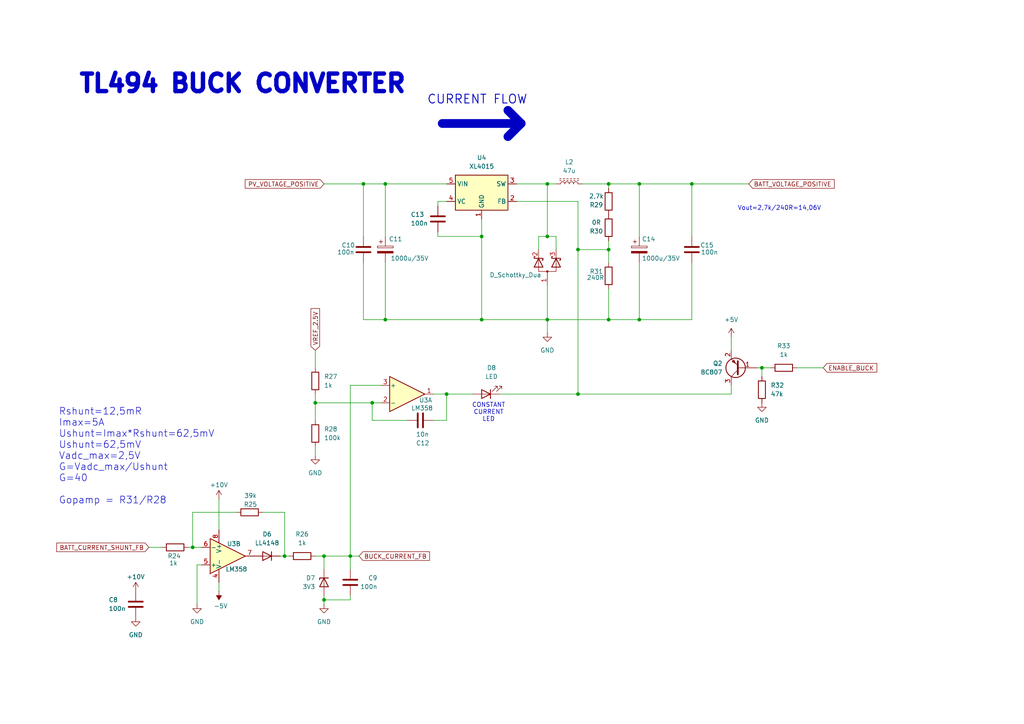
<source format=kicad_sch>
(kicad_sch (version 20231120) (generator "eeschema") (generator_version "8.0")
  (paper "A4")
  (lib_symbols
    (symbol "Amplifier_Operational:LM358" (pin_names (offset 0.127))
      (property "Reference" "U" (at 0 5.08 0))
      (property "Value" "LM358" (at 0 -5.08 0))
      (symbol "LM358_1_1"
        (polyline (pts (xy -5.08 5.08) (xy 5.08 0) (xy -5.08 -5.08) (xy -5.08 5.08)) (stroke (width 0.254)) (fill (type background)))
        (pin output line (at 7.62 0 180) (length 2.54) (name "~") (number "1"))
        (pin input line (at -7.62 -2.54 0) (length 2.54) (name "-") (number "2"))
        (pin input line (at -7.62 2.54 0) (length 2.54) (name "+") (number "3"))
      )
      (symbol "LM358_2_1"
        (polyline (pts (xy -5.08 5.08) (xy 5.08 0) (xy -5.08 -5.08) (xy -5.08 5.08)) (stroke (width 0.254)) (fill (type background)))
        (pin input line (at -7.62 2.54 0) (length 2.54) (name "+") (number "5"))
        (pin input line (at -7.62 -2.54 0) (length 2.54) (name "-") (number "6"))
        (pin output line (at 7.62 0 180) (length 2.54) (name "~") (number "7"))
      )
      (symbol "LM358_3_1"
        (pin power_in line (at -2.54 -7.62 90) (length 3.81) (name "V-") (number "4"))
        (pin power_in line (at -2.54 7.62 270) (length 3.81) (name "V+") (number "8"))
      )
    )
    (symbol "Device:C" (pin_numbers hide) (pin_names (offset 0.254))
      (property "Reference" "C" (at 0.635 2.54 0))
      (property "Value" "C" (at 0.635 -2.54 0))
      (symbol "C_0_1"
        (polyline (pts (xy -2.032 -0.762) (xy 2.032 -0.762)) (stroke (width 0.508)))
        (polyline (pts (xy -2.032 0.762) (xy 2.032 0.762)) (stroke (width 0.508)))
      )
      (symbol "C_1_1"
        (pin passive line (at 0 3.81 270) (length 2.794) (name "~") (number "1"))
        (pin passive line (at 0 -3.81 90) (length 2.794) (name "~") (number "2"))
      )
    )
    (symbol "Device:C_Polarized" (pin_numbers hide) (pin_names (offset 0.254))
      (property "Reference" "C" (at 0.635 2.54 0))
      (property "Value" "C_Polarized" (at 0.635 -2.54 0))
      (symbol "C_Polarized_0_1"
        (rectangle (start -2.286 0.508) (end 2.286 1.016))
        (polyline (pts (xy -1.778 2.286) (xy -0.762 2.286)))
        (polyline (pts (xy -1.27 2.794) (xy -1.27 1.778)))
        (rectangle (start 2.286 -0.508) (end -2.286 -1.016) (fill (type outline)))
      )
      (symbol "C_Polarized_1_1"
        (pin passive line (at 0 3.81 270) (length 2.794) (name "~") (number "1"))
        (pin passive line (at 0 -3.81 90) (length 2.794) (name "~") (number "2"))
      )
    )
    (symbol "Device:D_Schottky_Dual_CommonAnode_AKK_Parallel" (pin_names (offset 0.762) hide)
      (property "Reference" "D" (at 0 5.08 0))
      (property "Value" "D_Schottky_Dual_CommonAnode_AKK_Parallel" (at 0 -5.08 0))
      (symbol "D_Schottky_Dual_CommonAnode_AKK_Parallel_0_1"
        (circle (center -1.27 0) (radius 0.254) (fill (type outline)))
        (polyline (pts (xy -1.27 0) (xy -2.54 0)))
        (polyline (pts (xy 2.54 2.54) (xy -1.27 2.54) (xy -1.27 -2.54) (xy 2.54 -2.54)))
        (polyline (pts (xy 0 -1.27) (xy 2.54 -2.54) (xy 0 -3.81) (xy 0 -1.27) (xy 0 -1.27) (xy 0 -1.27)) (stroke (width 0.254)))
        (polyline (pts (xy 0 3.81) (xy 2.54 2.54) (xy 0 1.27) (xy 0 3.81) (xy 0 3.81) (xy 0 3.81)) (stroke (width 0.254)))
        (polyline (pts (xy 3.048 -1.524) (xy 3.048 -1.27) (xy 2.54 -1.27) (xy 2.54 -3.81) (xy 2.032 -3.81) (xy 2.032 -3.556)) (stroke (width 0.254)))
        (polyline (pts (xy 3.048 3.556) (xy 3.048 3.81) (xy 2.54 3.81) (xy 2.54 1.27) (xy 2.032 1.27) (xy 2.032 1.524)) (stroke (width 0.254)))
        (pin passive line (at -5.08 0 0) (length 2.54) (name "A") (number "1"))
        (pin passive line (at 5.08 2.54 180) (length 2.54) (name "K") (number "2"))
        (pin passive line (at 5.08 -2.54 180) (length 2.54) (name "K") (number "3"))
      )
    )
    (symbol "Device:D_Zener" (pin_numbers hide) (pin_names (offset 1.016) hide)
      (property "Reference" "D" (at 0 2.54 0))
      (property "Value" "D_Zener" (at 0 -2.54 0))
      (symbol "D_Zener_0_1"
        (polyline (pts (xy 1.27 0) (xy -1.27 0)))
        (polyline (pts (xy -1.27 -1.27) (xy -1.27 1.27) (xy -0.762 1.27)) (stroke (width 0.254)))
        (polyline (pts (xy 1.27 -1.27) (xy 1.27 1.27) (xy -1.27 0) (xy 1.27 -1.27)) (stroke (width 0.254)))
      )
      (symbol "D_Zener_1_1"
        (pin passive line (at -3.81 0 0) (length 2.54) (name "K") (number "1"))
        (pin passive line (at 3.81 0 180) (length 2.54) (name "A") (number "2"))
      )
    )
    (symbol "Device:LED" (pin_numbers hide) (pin_names (offset 1.016) hide)
      (property "Reference" "D" (at 0 2.54 0))
      (property "Value" "LED" (at 0 -2.54 0))
      (symbol "LED_0_1"
        (polyline (pts (xy -1.27 -1.27) (xy -1.27 1.27)) (stroke (width 0.254)))
        (polyline (pts (xy -1.27 0) (xy 1.27 0)))
        (polyline (pts (xy 1.27 -1.27) (xy 1.27 1.27) (xy -1.27 0) (xy 1.27 -1.27)) (stroke (width 0.254)))
        (polyline (pts (xy -3.048 -0.762) (xy -4.572 -2.286) (xy -3.81 -2.286) (xy -4.572 -2.286) (xy -4.572 -1.524)))
        (polyline (pts (xy -1.778 -0.762) (xy -3.302 -2.286) (xy -2.54 -2.286) (xy -3.302 -2.286) (xy -3.302 -1.524)))
      )
      (symbol "LED_1_1"
        (pin passive line (at -3.81 0 0) (length 2.54) (name "K") (number "1"))
        (pin passive line (at 3.81 0 180) (length 2.54) (name "A") (number "2"))
      )
    )
    (symbol "Device:L_Ferrite" (pin_numbers hide) (pin_names (offset 1.016) hide)
      (property "Reference" "L" (at -1.27 0 90))
      (property "Value" "L_Ferrite" (at 2.794 0 90))
      (symbol "L_Ferrite_0_1"
        (arc (start 0 -2.54) (mid 0.6323 -1.905) (end 0 -1.27))
        (arc (start 0 -1.27) (mid 0.6323 -0.635) (end 0 0))
        (polyline (pts (xy 1.016 -2.794) (xy 1.016 -2.286)))
        (polyline (pts (xy 1.016 -1.778) (xy 1.016 -1.27)))
        (polyline (pts (xy 1.016 -0.762) (xy 1.016 -0.254)))
        (polyline (pts (xy 1.016 0.254) (xy 1.016 0.762)))
        (polyline (pts (xy 1.016 1.27) (xy 1.016 1.778)))
        (polyline (pts (xy 1.016 2.286) (xy 1.016 2.794)))
        (polyline (pts (xy 1.524 -2.286) (xy 1.524 -2.794)))
        (polyline (pts (xy 1.524 -1.27) (xy 1.524 -1.778)))
        (polyline (pts (xy 1.524 -0.254) (xy 1.524 -0.762)))
        (polyline (pts (xy 1.524 0.762) (xy 1.524 0.254)))
        (polyline (pts (xy 1.524 1.778) (xy 1.524 1.27)))
        (polyline (pts (xy 1.524 2.794) (xy 1.524 2.286)))
        (arc (start 0 0) (mid 0.6323 0.635) (end 0 1.27))
        (arc (start 0 1.27) (mid 0.6323 1.905) (end 0 2.54))
      )
      (symbol "L_Ferrite_1_1"
        (pin passive line (at 0 3.81 270) (length 1.27) (name "1") (number "1"))
        (pin passive line (at 0 -3.81 90) (length 1.27) (name "2") (number "2"))
      )
    )
    (symbol "Device:R" (pin_numbers hide) (pin_names (offset 0))
      (property "Reference" "R" (at 2.032 0 90))
      (property "Value" "R" (at 0 0 90))
      (symbol "R_0_1"
        (rectangle (start -1.016 -2.54) (end 1.016 2.54) (stroke (width 0.254)))
      )
      (symbol "R_1_1"
        (pin passive line (at 0 3.81 270) (length 1.27) (name "~") (number "1"))
        (pin passive line (at 0 -3.81 90) (length 1.27) (name "~") (number "2"))
      )
    )
    (symbol "Diode:LL4148" (pin_numbers hide) (pin_names hide)
      (property "Reference" "D" (at 0 2.54 0))
      (property "Value" "LL4148" (at 0 -2.54 0))
      (symbol "LL4148_0_1"
        (polyline (pts (xy -1.27 1.27) (xy -1.27 -1.27)) (stroke (width 0.254)))
        (polyline (pts (xy 1.27 0) (xy -1.27 0)))
        (polyline (pts (xy 1.27 1.27) (xy 1.27 -1.27) (xy -1.27 0) (xy 1.27 1.27)) (stroke (width 0.254)))
      )
      (symbol "LL4148_1_1"
        (pin passive line (at -3.81 0 0) (length 2.54) (name "K") (number "1"))
        (pin passive line (at 3.81 0 180) (length 2.54) (name "A") (number "2"))
      )
    )
    (symbol "Regulator_Switching:XL4015"
      (property "Reference" "U?" (at -6.35 6.35 0))
      (property "Value" "XL4015" (at 6.35 6.35 0))
      (symbol "XL4015_0_1"
        (rectangle (start -7.62 5.08) (end 7.62 -5.08) (stroke (width 0.254)) (fill (type background)))
      )
      (symbol "XL4015_1_1"
        (pin power_in line (at 0 -7.62 90) (length 2.54) (name "GND") (number "1"))
        (pin input line (at 10.16 -2.54 180) (length 2.54) (name "FB") (number "2"))
        (pin power_out line (at 10.16 2.54 180) (length 2.54) (name "SW") (number "3"))
        (pin input line (at -10.16 -2.54 0) (length 2.54) (name "VC") (number "4"))
        (pin power_in line (at -10.16 2.54 0) (length 2.54) (name "VIN") (number "5"))
      )
    )
    (symbol "Transistor_BJT:BC807" (pin_names (offset 0) hide)
      (property "Reference" "Q" (at 5.08 1.905 0))
      (property "Value" "BC807" (at 5.08 0 0))
      (symbol "BC807_0_1"
        (polyline (pts (xy 0.635 0.635) (xy 2.54 2.54)))
        (polyline (pts (xy 0.635 -0.635) (xy 2.54 -2.54) (xy 2.54 -2.54)))
        (polyline (pts (xy 0.635 1.905) (xy 0.635 -1.905) (xy 0.635 -1.905)) (stroke (width 0.508)))
        (polyline (pts (xy 2.286 -1.778) (xy 1.778 -2.286) (xy 1.27 -1.27) (xy 2.286 -1.778) (xy 2.286 -1.778)) (fill (type outline)))
        (circle (center 1.27 0) (radius 2.8194) (stroke (width 0.254)))
      )
      (symbol "BC807_1_1"
        (pin input line (at -5.08 0 0) (length 5.715) (name "B") (number "1"))
        (pin passive line (at 2.54 -5.08 90) (length 2.54) (name "E") (number "2"))
        (pin passive line (at 2.54 5.08 270) (length 2.54) (name "C") (number "3"))
      )
    )
    (symbol "power:+10V" (power) (pin_numbers hide) (pin_names (offset 0) hide)
      (property "Value" "+10V" (at 0 3.556 0))
      (symbol "+10V_0_1"
        (polyline (pts (xy -0.762 1.27) (xy 0 2.54)))
        (polyline (pts (xy 0 0) (xy 0 2.54)))
        (polyline (pts (xy 0 2.54) (xy 0.762 1.27)))
      )
      (symbol "+10V_1_1"
        (pin power_in line (at 0 0 90) (length 0) (name "~") (number "1"))
      )
    )
    (symbol "power:+5V" (power) (pin_numbers hide) (pin_names (offset 0) hide)
      (property "Value" "+5V" (at 0 3.556 0))
      (symbol "+5V_0_1"
        (polyline (pts (xy -0.762 1.27) (xy 0 2.54)))
        (polyline (pts (xy 0 0) (xy 0 2.54)))
        (polyline (pts (xy 0 2.54) (xy 0.762 1.27)))
      )
      (symbol "+5V_1_1"
        (pin power_in line (at 0 0 90) (length 0) (name "~") (number "1"))
      )
    )
    (symbol "power:-5V" (power) (pin_numbers hide) (pin_names (offset 0) hide)
      (property "Value" "-5V" (at 0 3.556 0))
      (symbol "-5V_0_0"
        (pin power_in line (at 0 0 90) (length 0) (name "~") (number "1"))
      )
      (symbol "-5V_0_1"
        (polyline (pts (xy 0 0) (xy 0 1.27) (xy 0.762 1.27) (xy 0 2.54) (xy -0.762 1.27) (xy 0 1.27)) (fill (type outline)))
      )
    )
    (symbol "power:GND" (power) (pin_numbers hide) (pin_names (offset 0) hide)
      (property "Value" "GND" (at 0 -3.81 0))
      (symbol "GND_0_1"
        (polyline (pts (xy 0 0) (xy 0 -1.27) (xy 1.27 -1.27) (xy 0 -2.54) (xy -1.27 -1.27) (xy 0 -1.27)))
      )
      (symbol "GND_1_1"
        (pin power_in line (at 0 0 270) (length 0) (name "~") (number "1"))
      )
    )
  )
  (junction (at 82.55 161.29))
  (junction (at 111.76 53.34))
  (junction (at 158.75 68.58))
  (junction (at 167.64 72.39))
  (junction (at 55.88 158.75))
  (junction (at 158.75 92.71))
  (junction (at 176.53 72.39))
  (junction (at 167.64 114.3))
  (junction (at 185.42 53.34))
  (junction (at 93.98 173.99))
  (junction (at 176.53 92.71))
  (junction (at 107.95 116.84))
  (junction (at 185.42 92.71))
  (junction (at 200.66 53.34))
  (junction (at 158.75 53.34))
  (junction (at 129.54 114.3))
  (junction (at 139.7 68.58))
  (junction (at 101.6 161.29))
  (junction (at 176.53 53.34))
  (junction (at 111.76 92.71))
  (junction (at 220.98 106.68))
  (junction (at 105.41 53.34))
  (junction (at 93.98 161.29))
  (junction (at 91.44 116.84))
  (junction (at 139.7 92.71))
  (wire (pts (xy 93.98 173.99) (xy 101.6 173.99)))
  (wire (pts (xy 57.15 163.83) (xy 58.42 163.83)))
  (wire (pts (xy 185.42 53.34) (xy 185.42 68.58)))
  (wire (pts (xy 212.09 111.76) (xy 212.09 114.3)))
  (wire (pts (xy 127 59.69) (xy 127 58.42)))
  (wire (pts (xy 57.15 163.83) (xy 57.15 175.26)))
  (wire (pts (xy 111.76 92.71) (xy 139.7 92.71)))
  (wire (pts (xy 149.86 53.34) (xy 158.75 53.34)))
  (wire (pts (xy 185.42 53.34) (xy 200.66 53.34)))
  (wire (pts (xy 105.41 53.34) (xy 105.41 68.58)))
  (wire (pts (xy 158.75 53.34) (xy 158.75 68.58)))
  (wire (pts (xy 158.75 53.34) (xy 161.29 53.34)))
  (wire (pts (xy 185.42 76.2) (xy 185.42 92.71)))
  (wire (pts (xy 220.98 106.68) (xy 223.52 106.68)))
  (wire (pts (xy 110.49 111.76) (xy 101.6 111.76)))
  (wire (pts (xy 156.21 68.58) (xy 158.75 68.58)))
  (wire (pts (xy 93.98 53.34) (xy 105.41 53.34)))
  (wire (pts (xy 139.7 68.58) (xy 139.7 92.71)))
  (wire (pts (xy 91.44 116.84) (xy 107.95 116.84)))
  (wire (pts (xy 158.75 92.71) (xy 158.75 96.52)))
  (wire (pts (xy 93.98 161.29) (xy 101.6 161.29)))
  (wire (pts (xy 101.6 111.76) (xy 101.6 161.29)))
  (wire (pts (xy 167.64 58.42) (xy 149.86 58.42)))
  (wire (pts (xy 129.54 121.92) (xy 129.54 114.3)))
  (wire (pts (xy 168.91 53.34) (xy 176.53 53.34)))
  (wire (pts (xy 144.78 114.3) (xy 167.64 114.3)))
  (wire (pts (xy 82.55 161.29) (xy 82.55 148.59)))
  (wire (pts (xy 55.88 158.75) (xy 55.88 148.59)))
  (wire (pts (xy 158.75 68.58) (xy 161.29 68.58)))
  (wire (pts (xy 111.76 92.71) (xy 105.41 92.71)))
  (wire (pts (xy 200.66 53.34) (xy 217.17 53.34)))
  (wire (pts (xy 200.66 92.71) (xy 185.42 92.71)))
  (wire (pts (xy 129.54 114.3) (xy 137.16 114.3)))
  (wire (pts (xy 176.53 83.82) (xy 176.53 92.71)))
  (polyline (pts (xy 147.32 32.004) (xy 151.13 35.814)) (stroke (width 2.54)))
  (wire (pts (xy 83.82 161.29) (xy 82.55 161.29)))
  (wire (pts (xy 43.18 158.75) (xy 46.99 158.75)))
  (wire (pts (xy 220.98 106.68) (xy 220.98 109.22)))
  (wire (pts (xy 127 58.42) (xy 129.54 58.42)))
  (wire (pts (xy 93.98 172.72) (xy 93.98 173.99)))
  (wire (pts (xy 161.29 68.58) (xy 161.29 72.39)))
  (wire (pts (xy 167.64 72.39) (xy 167.64 58.42)))
  (wire (pts (xy 101.6 173.99) (xy 101.6 172.72)))
  (wire (pts (xy 91.44 116.84) (xy 91.44 121.92)))
  (wire (pts (xy 167.64 114.3) (xy 167.64 72.39)))
  (wire (pts (xy 176.53 92.71) (xy 185.42 92.71)))
  (wire (pts (xy 101.6 161.29) (xy 104.14 161.29)))
  (wire (pts (xy 212.09 97.79) (xy 212.09 101.6)))
  (wire (pts (xy 176.53 53.34) (xy 185.42 53.34)))
  (wire (pts (xy 125.73 121.92) (xy 129.54 121.92)))
  (wire (pts (xy 156.21 72.39) (xy 156.21 68.58)))
  (wire (pts (xy 200.66 53.34) (xy 200.66 68.58)))
  (wire (pts (xy 91.44 101.6) (xy 91.44 106.68)))
  (wire (pts (xy 111.76 53.34) (xy 129.54 53.34)))
  (wire (pts (xy 127 68.58) (xy 139.7 68.58)))
  (wire (pts (xy 107.95 121.92) (xy 107.95 116.84)))
  (wire (pts (xy 125.73 114.3) (xy 129.54 114.3)))
  (wire (pts (xy 176.53 72.39) (xy 176.53 76.2)))
  (wire (pts (xy 63.5 144.78) (xy 63.5 153.67)))
  (polyline (pts (xy 147.32 39.624) (xy 151.13 35.814)) (stroke (width 2.54)))
  (wire (pts (xy 139.7 92.71) (xy 158.75 92.71)))
  (wire (pts (xy 93.98 173.99) (xy 93.98 175.26)))
  (wire (pts (xy 231.14 106.68) (xy 238.76 106.68)))
  (wire (pts (xy 82.55 161.29) (xy 81.28 161.29)))
  (wire (pts (xy 93.98 161.29) (xy 93.98 165.1)))
  (wire (pts (xy 212.09 114.3) (xy 167.64 114.3)))
  (wire (pts (xy 200.66 76.2) (xy 200.66 92.71)))
  (wire (pts (xy 91.44 114.3) (xy 91.44 116.84)))
  (wire (pts (xy 176.53 69.85) (xy 176.53 72.39)))
  (wire (pts (xy 111.76 92.71) (xy 111.76 76.2)))
  (wire (pts (xy 111.76 53.34) (xy 111.76 68.58)))
  (wire (pts (xy 158.75 92.71) (xy 176.53 92.71)))
  (wire (pts (xy 101.6 161.29) (xy 101.6 165.1)))
  (wire (pts (xy 139.7 63.5) (xy 139.7 68.58)))
  (wire (pts (xy 68.58 148.59) (xy 55.88 148.59)))
  (polyline (pts (xy 128.27 35.814) (xy 151.13 35.814)) (stroke (width 2.54)))
  (wire (pts (xy 76.2 148.59) (xy 82.55 148.59)))
  (wire (pts (xy 105.41 53.34) (xy 111.76 53.34)))
  (wire (pts (xy 63.5 171.45) (xy 63.5 168.91)))
  (wire (pts (xy 58.42 158.75) (xy 55.88 158.75)))
  (wire (pts (xy 127 68.58) (xy 127 67.31)))
  (wire (pts (xy 91.44 161.29) (xy 93.98 161.29)))
  (wire (pts (xy 105.41 92.71) (xy 105.41 76.2)))
  (wire (pts (xy 107.95 116.84) (xy 110.49 116.84)))
  (wire (pts (xy 176.53 53.34) (xy 176.53 54.61)))
  (wire (pts (xy 176.53 72.39) (xy 167.64 72.39)))
  (wire (pts (xy 91.44 129.54) (xy 91.44 132.08)))
  (wire (pts (xy 55.88 158.75) (xy 54.61 158.75)))
  (wire (pts (xy 107.95 121.92) (xy 118.11 121.92)))
  (wire (pts (xy 219.71 106.68) (xy 220.98 106.68)))
  (wire (pts (xy 158.75 82.55) (xy 158.75 92.71)))
  (text "Vout=2,7k/240R=14,06V" (at 226.06 60.452 0) (effects (font (size 1.27 1.27))))
  (text "CONSTANT\nCURRENT\nLED" (at 141.732 119.634 0) (effects (font (size 1.27 1.27))))
  (text "CURRENT FLOW" (at 138.43 28.956 0) (effects (font (size 2.54 2.54) (thickness 0.254) (bold yes))))
  (text "Rshunt=12,5mR\nImax=5A\nUshunt=Imax*Rshunt=62,5mV\nUshunt=62,5mV\nVadc_max=2,5V\nG=Vadc_max/Ushunt\nG=40\n\nGopamp = R31/R28" (at 17.018 132.334 0) (effects (font (size 2 2)) (justify left)))
  (text "TL494 BUCK CONVERTER\n" (at 70.358 24.384 0) (effects (font (size 5.08 5.08) (thickness 1.524) (bold yes))))
  (global_label "BUCK_CURRENT_FB" (shape input) (at 104.14 161.29 0) (property "Intersheetrefs" "${INTERSHEET_REFS}" (effects (hide yes))))
  (global_label "VREF_2.5V" (shape input) (at 91.44 101.6 90) (property "Intersheetrefs" "${INTERSHEET_REFS}" (effects (hide yes))))
  (global_label "PV_VOLTAGE_POSITIVE" (shape input) (at 93.98 53.34 180) (property "Intersheetrefs" "${INTERSHEET_REFS}" (effects (hide yes))))
  (global_label "BATT_CURRENT_SHUNT_FB" (shape input) (at 43.18 158.75 180) (property "Intersheetrefs" "${INTERSHEET_REFS}" (effects (hide yes))))
  (global_label "ENABLE_BUCK" (shape input) (at 238.76 106.68 0) (property "Intersheetrefs" "${INTERSHEET_REFS}" (effects (hide yes))))
  (global_label "BATT_VOLTAGE_POSITIVE" (shape input) (at 217.17 53.34 0) (property "Intersheetrefs" "${INTERSHEET_REFS}" (effects (hide yes))))
  (symbol (lib_id "Device:C_Polarized") (at 111.76 72.39 0) (unit 1)
    (property "Reference" "C11" (at 112.776 69.342 0) (effects (justify left)))
    (property "Value" "1000u/35V" (at 113.284 74.93 0) (effects (justify left)))
    (property "Footprint" "Capacitor_THT:CP_Radial_D10.0mm_P3.50mm" (effects (hide yes)))
    (property "Description" "Polarized capacitor" (effects (hide yes)))
  )
  (symbol (lib_id "Device:R") (at 227.33 106.68 90) (mirror x) (unit 1)
    (property "Reference" "R33" (at 227.33 100.33 90))
    (property "Value" "1k" (at 227.33 102.87 90))
    (property "Footprint" "Resistor_SMD:R_0805_2012Metric_Pad1.20x1.40mm_HandSolder" (effects (hide yes)))
    (property "Description" "Resistor" (effects (hide yes)))
  )
  (symbol (lib_id "power:GND") (at 220.98 116.84 0) (unit 1)
    (property "Reference" "#PWR027" (effects (hide yes)))
    (property "Value" "GND" (at 220.98 121.92 0))
    (property "Description" "Power symbol creates a global label with name \"GND\" , ground" (effects (hide yes)))
  )
  (symbol (lib_id "Device:C") (at 200.66 72.39 0) (mirror y) (unit 1)
    (property "Reference" "C15" (at 207.01 71.12 0) (effects (justify left)))
    (property "Value" "100n" (at 208.28 73.152 0) (effects (justify left)))
    (property "Footprint" "Capacitor_SMD:C_0805_2012Metric_Pad1.18x1.45mm_HandSolder" (effects (hide yes)))
    (property "Description" "Unpolarized capacitor" (effects (hide yes)))
  )
  (symbol (lib_id "power:GND") (at 91.44 132.08 0) (unit 1)
    (property "Reference" "#PWR023" (effects (hide yes)))
    (property "Value" "GND" (at 91.44 137.16 0))
    (property "Description" "Power symbol creates a global label with name \"GND\" , ground" (effects (hide yes)))
  )
  (symbol (lib_id "Device:R") (at 220.98 113.03 0) (mirror y) (unit 1)
    (property "Reference" "R32" (at 223.52 111.7599 0) (effects (justify right)))
    (property "Value" "47k" (at 223.52 114.2999 0) (effects (justify right)))
    (property "Footprint" "Resistor_SMD:R_0805_2012Metric_Pad1.20x1.40mm_HandSolder" (effects (hide yes)))
    (property "Description" "Resistor" (effects (hide yes)))
  )
  (symbol (lib_id "Amplifier_Operational:LM358") (at 60.96 161.29 0) (mirror y) (unit 3)
    (property "Reference" "U3" (effects (hide yes)))
    (property "Value" "LM358" (effects (hide yes)))
    (property "Footprint" "Package_SO:SO-8_3.9x4.9mm_P1.27mm" (effects (hide yes)))
    (property "Datasheet" "http://www.ti.com/lit/ds/symlink/lm2904-n.pdf" (effects (hide yes)))
    (property "Description" "Low-Power, Dual Operational Amplifiers, DIP-8/SOIC-8/TO-99-8" (effects (hide yes)))
  )
  (symbol (lib_id "power:GND") (at 39.37 179.07 0) (unit 1)
    (property "Reference" "#PWR019" (effects (hide yes)))
    (property "Value" "GND" (at 39.37 184.15 0))
    (property "Description" "Power symbol creates a global label with name \"GND\" , ground" (effects (hide yes)))
  )
  (symbol (lib_id "Device:C") (at 121.92 121.92 270) (mirror x) (unit 1)
    (property "Reference" "C12" (at 120.65 128.524 90) (effects (justify left)))
    (property "Value" "10n" (at 120.65 125.984 90) (effects (justify left)))
    (property "Footprint" "Resistor_SMD:R_0805_2012Metric_Pad1.20x1.40mm_HandSolder" (effects (hide yes)))
    (property "Description" "Unpolarized capacitor" (effects (hide yes)))
  )
  (symbol (lib_id "power:GND") (at 158.75 96.52 0) (unit 1)
    (property "Reference" "#PWR025" (effects (hide yes)))
    (property "Value" "GND" (at 158.75 101.6 0))
    (property "Description" "Power symbol creates a global label with name \"GND\" , ground" (effects (hide yes)))
  )
  (symbol (lib_id "Device:C") (at 105.41 72.39 0) (unit 1)
    (property "Reference" "C10" (at 99.06 71.12 0) (effects (justify left)))
    (property "Value" "100n" (at 97.79 73.152 0) (effects (justify left)))
    (property "Footprint" "Capacitor_SMD:C_0805_2012Metric_Pad1.18x1.45mm_HandSolder" (effects (hide yes)))
    (property "Description" "Unpolarized capacitor" (effects (hide yes)))
  )
  (symbol (lib_id "Device:D_Zener") (at 93.98 168.91 90) (mirror x) (unit 1)
    (property "Reference" "D7" (at 91.44 167.6399 90) (effects (justify left)))
    (property "Value" "3V3" (at 91.44 170.1799 90) (effects (justify left)))
    (property "Footprint" "Diode_SMD:D_MiniMELF" (effects (hide yes)))
    (property "Description" "Zener diode" (effects (hide yes)))
  )
  (symbol (lib_id "Device:D_Schottky_Dual_CommonAnode_AKK_Parallel") (at 158.75 77.47 90) (unit 1)
    (property "Reference" "D9" (effects (hide yes)))
    (property "Value" "D_Schottky_Dua" (at 141.986 79.756 90) (effects (justify right)))
    (property "Footprint" "My-Footprints:TO-220-3_Vertical-little-bigger pads" (effects (hide yes)))
    (property "Description" "Dual Schottky diode, common anode on pin 1" (effects (hide yes)))
  )
  (symbol (lib_id "Device:R") (at 72.39 148.59 90) (mirror x) (unit 1)
    (property "Reference" "R25" (at 72.644 146.304 90))
    (property "Value" "39k" (at 72.644 143.764 90))
    (property "Footprint" "Resistor_SMD:R_0805_2012Metric_Pad1.20x1.40mm_HandSolder" (effects (hide yes)))
    (property "Description" "Resistor" (effects (hide yes)))
  )
  (symbol (lib_id "power:GND") (at 57.15 175.26 0) (unit 1)
    (property "Reference" "#PWR020" (effects (hide yes)))
    (property "Value" "GND" (at 57.15 180.34 0))
    (property "Description" "Power symbol creates a global label with name \"GND\" , ground" (effects (hide yes)))
  )
  (symbol (lib_id "Device:C") (at 101.6 168.91 0) (mirror y) (unit 1)
    (property "Reference" "C9" (at 109.474 167.64 0) (effects (justify left)))
    (property "Value" "100n" (at 109.474 170.18 0) (effects (justify left)))
    (property "Footprint" "Resistor_SMD:R_0805_2012Metric_Pad1.20x1.40mm_HandSolder" (effects (hide yes)))
    (property "Description" "Unpolarized capacitor" (effects (hide yes)))
  )
  (symbol (lib_id "power:+5V") (at 212.09 97.79 0) (unit 1)
    (property "Reference" "#PWR026" (effects (hide yes)))
    (property "Value" "+5V" (at 212.09 92.71 0))
    (property "Description" "Power symbol creates a global label with name \"+5V\"" (effects (hide yes)))
  )
  (symbol (lib_id "Device:LED") (at 140.97 114.3 180) (unit 1)
    (property "Reference" "D8" (at 142.5575 106.68 0))
    (property "Value" "LED" (at 142.5575 109.22 0))
    (property "Footprint" "LED_THT:LED_D3.0mm" (effects (hide yes)))
    (property "Description" "Light emitting diode" (effects (hide yes)))
  )
  (symbol (lib_id "Device:R") (at 91.44 110.49 0) (mirror y) (unit 1)
    (property "Reference" "R27" (at 93.98 109.2199 0) (effects (justify right)))
    (property "Value" "1k" (at 93.98 111.7599 0) (effects (justify right)))
    (property "Footprint" "Resistor_SMD:R_0805_2012Metric_Pad1.20x1.40mm_HandSolder" (effects (hide yes)))
    (property "Description" "Resistor" (effects (hide yes)))
  )
  (symbol (lib_id "Device:C") (at 39.37 175.26 0) (unit 1)
    (property "Reference" "C8" (at 31.496 173.99 0) (effects (justify left)))
    (property "Value" "100n" (at 31.496 176.53 0) (effects (justify left)))
    (property "Footprint" "Resistor_SMD:R_0805_2012Metric_Pad1.20x1.40mm_HandSolder" (effects (hide yes)))
    (property "Description" "Unpolarized capacitor" (effects (hide yes)))
  )
  (symbol (lib_id "Device:R") (at 176.53 58.42 0) (mirror x) (unit 1)
    (property "Reference" "R29" (at 172.974 59.436 0))
    (property "Value" "2,7k" (at 172.974 56.896 0))
    (property "Footprint" "Resistor_SMD:R_0805_2012Metric_Pad1.20x1.40mm_HandSolder" (effects (hide yes)))
    (property "Description" "Resistor" (effects (hide yes)))
  )
  (symbol (lib_id "Device:R") (at 176.53 66.04 0) (mirror x) (unit 1)
    (property "Reference" "R30" (at 172.974 67.056 0))
    (property "Value" "0R" (at 172.974 64.516 0))
    (property "Footprint" "Resistor_SMD:R_0805_2012Metric_Pad1.20x1.40mm_HandSolder" (effects (hide yes)))
    (property "Description" "Resistor" (effects (hide yes)))
  )
  (symbol (lib_id "Amplifier_Operational:LM358") (at 118.11 114.3 0) (unit 1)
    (property "Reference" "U3" (at 123.444 116.078 0))
    (property "Value" "LM358" (at 122.428 118.364 0))
    (property "Footprint" "Package_SO:SO-8_3.9x4.9mm_P1.27mm" (effects (hide yes)))
    (property "Datasheet" "http://www.ti.com/lit/ds/symlink/lm2904-n.pdf" (effects (hide yes)))
    (property "Description" "Low-Power, Dual Operational Amplifiers, DIP-8/SOIC-8/TO-99-8" (effects (hide yes)))
  )
  (symbol (lib_id "Diode:LL4148") (at 77.47 161.29 180) (unit 1)
    (property "Reference" "D6" (at 77.47 154.94 0))
    (property "Value" "LL4148" (at 77.47 157.48 0))
    (property "Footprint" "Diode_SMD:D_MiniMELF" (effects (hide yes)))
    (property "Datasheet" "http://www.vishay.com/docs/85557/ll4148.pdf" (effects (hide yes)))
    (property "Description" "100V 0.15A standard switching diode, MiniMELF" (effects (hide yes)))
    (property "Sim.Device" "D" (effects (hide yes)))
    (property "Sim.Pins" "1=K 2=A" (effects (hide yes)))
  )
  (symbol (lib_id "power:+10V") (at 39.37 171.45 0) (unit 1)
    (property "Reference" "#PWR018" (effects (hide yes)))
    (property "Value" "+10V" (at 39.37 167.3169 0))
    (property "Description" "Power symbol creates a global label with name \"+10V\"" (effects (hide yes)))
  )
  (symbol (lib_id "power:GND") (at 93.98 175.26 0) (unit 1)
    (property "Reference" "#PWR024" (effects (hide yes)))
    (property "Value" "GND" (at 93.98 180.34 0))
    (property "Description" "Power symbol creates a global label with name \"GND\" , ground" (effects (hide yes)))
  )
  (symbol (lib_id "Device:C_Polarized") (at 185.42 72.39 0) (unit 1)
    (property "Reference" "C14" (at 186.182 69.342 0) (effects (justify left)))
    (property "Value" "1000u/35V" (at 186.182 74.93 0) (effects (justify left)))
    (property "Footprint" "Capacitor_THT:CP_Radial_D10.0mm_P3.50mm" (effects (hide yes)))
    (property "Description" "Polarized capacitor" (effects (hide yes)))
  )
  (symbol (lib_id "Device:L_Ferrite") (at 165.1 53.34 90) (unit 1)
    (property "Reference" "L2" (at 165.1 46.99 90))
    (property "Value" "47u" (at 165.1 49.53 90))
    (property "Footprint" "Inductor_THT:L_Toroid_Vertical_L28.6mm_W14.3mm_P11.43mm_Bourns_5700" (effects (hide yes)))
    (property "Description" "Inductor with ferrite core" (effects (hide yes)))
  )
  (symbol (lib_id "Amplifier_Operational:LM358") (at 66.04 161.29 0) (mirror x) (unit 2)
    (property "Reference" "U3" (at 67.818 157.734 0))
    (property "Value" "LM358" (at 68.58 165.1 0))
    (property "Footprint" "Package_SO:SO-8_3.9x4.9mm_P1.27mm" (effects (hide yes)))
    (property "Datasheet" "http://www.ti.com/lit/ds/symlink/lm2904-n.pdf" (effects (hide yes)))
    (property "Description" "Low-Power, Dual Operational Amplifiers, DIP-8/SOIC-8/TO-99-8" (effects (hide yes)))
  )
  (symbol (lib_id "Transistor_BJT:BC807") (at 214.63 106.68 180) (unit 1)
    (property "Reference" "Q2" (at 209.55 105.4099 0) (effects (justify left)))
    (property "Value" "BC807" (at 209.55 107.9499 0) (effects (justify left)))
    (property "Footprint" "Package_TO_SOT_SMD:SOT-23" (effects (hide yes)))
    (property "Datasheet" "https://www.onsemi.com/pub/Collateral/BC808-D.pdf" (effects (hide yes)))
    (property "Description" "0.8A Ic, 45V Vce, PNP Transistor, SOT-23" (effects (hide yes)))
  )
  (symbol (lib_id "Device:C") (at 127 63.5 0) (unit 1)
    (property "Reference" "C13" (at 119.126 62.23 0) (effects (justify left)))
    (property "Value" "100n" (at 119.126 64.77 0) (effects (justify left)))
    (property "Footprint" "Resistor_SMD:R_0805_2012Metric_Pad1.20x1.40mm_HandSolder" (effects (hide yes)))
    (property "Description" "Unpolarized capacitor" (effects (hide yes)))
  )
  (symbol (lib_id "Device:R") (at 50.8 158.75 270) (mirror x) (unit 1)
    (property "Reference" "R24" (at 50.546 161.29 90))
    (property "Value" "1k" (at 50.292 163.322 90))
    (property "Footprint" "Resistor_SMD:R_0805_2012Metric_Pad1.20x1.40mm_HandSolder" (effects (hide yes)))
    (property "Description" "Resistor" (effects (hide yes)))
  )
  (symbol (lib_id "Regulator_Switching:XL4015") (at 139.7 55.88 0) (unit 1)
    (property "Reference" "U4" (at 139.7 45.72 0))
    (property "Value" "XL4015" (at 139.7 48.26 0))
    (property "Footprint" "Package_TO_SOT_SMD:TO-263-5_TabPin3" (effects (hide yes)))
    (property "Datasheet" "http://www.xlsemi.net/datasheet/XL4015%20datasheet-English.pdf" (effects (hide yes)))
    (property "Description" "5A 180kHz 36V Buck DC to DC Converter" (effects (hide yes)))
  )
  (symbol (lib_id "power:-5V") (at 63.5 171.45 0) (mirror x) (unit 1)
    (property "Reference" "#PWR022" (effects (hide yes)))
    (property "Value" "-5V" (at 64.008 175.768 0))
    (property "Description" "Power symbol creates a global label with name \"-5V\"" (effects (hide yes)))
  )
  (symbol (lib_id "power:+10V") (at 63.5 144.78 0) (unit 1)
    (property "Reference" "#PWR021" (effects (hide yes)))
    (property "Value" "+10V" (at 63.5 140.6469 0))
    (property "Description" "Power symbol creates a global label with name \"+10V\"" (effects (hide yes)))
  )
  (symbol (lib_id "Device:R") (at 91.44 125.73 0) (mirror y) (unit 1)
    (property "Reference" "R28" (at 93.98 124.4599 0) (effects (justify right)))
    (property "Value" "100k" (at 93.98 126.9999 0) (effects (justify right)))
    (property "Footprint" "Resistor_SMD:R_0805_2012Metric_Pad1.20x1.40mm_HandSolder" (effects (hide yes)))
    (property "Description" "Resistor" (effects (hide yes)))
  )
  (symbol (lib_id "Device:R") (at 87.63 161.29 270) (mirror x) (unit 1)
    (property "Reference" "R26" (at 87.63 154.94 90))
    (property "Value" "1k" (at 87.63 157.48 90))
    (property "Footprint" "Resistor_SMD:R_0805_2012Metric_Pad1.20x1.40mm_HandSolder" (effects (hide yes)))
    (property "Description" "Resistor" (effects (hide yes)))
  )
  (symbol (lib_id "Device:R") (at 176.53 80.01 0) (mirror x) (unit 1)
    (property "Reference" "R31" (at 172.974 78.74 0))
    (property "Value" "240R" (at 172.72 80.518 0))
    (property "Footprint" "Resistor_SMD:R_0805_2012Metric_Pad1.20x1.40mm_HandSolder" (effects (hide yes)))
    (property "Description" "Resistor" (effects (hide yes)))
  )
)
</source>
